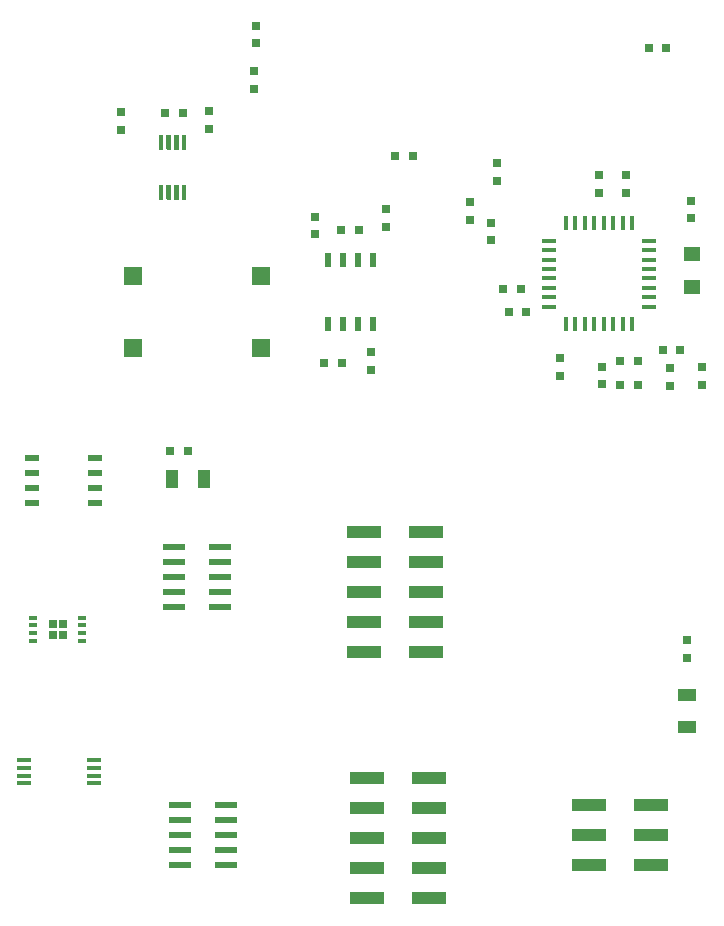
<source format=gtp>
G04 #@! TF.GenerationSoftware,KiCad,Pcbnew,5.1.5-52549c5~86~ubuntu18.04.1*
G04 #@! TF.CreationDate,2020-12-07T22:39:35-08:00*
G04 #@! TF.ProjectId,multiple_PCBs,6d756c74-6970-46c6-955f-504342732e6b,rev?*
G04 #@! TF.SameCoordinates,Original*
G04 #@! TF.FileFunction,Paste,Top*
G04 #@! TF.FilePolarity,Positive*
%FSLAX46Y46*%
G04 Gerber Fmt 4.6, Leading zero omitted, Abs format (unit mm)*
G04 Created by KiCad (PCBNEW 5.1.5-52549c5~86~ubuntu18.04.1) date 2020-12-07 22:39:35*
%MOMM*%
%LPD*%
G04 APERTURE LIST*
%ADD10R,1.240000X0.480000*%
%ADD11R,1.160000X0.360000*%
%ADD12R,0.660000X0.760000*%
%ADD13R,0.712000X0.336000*%
%ADD14R,1.920000X0.608000*%
%ADD15R,2.848000X1.016000*%
%ADD16R,1.000000X1.600000*%
%ADD17R,1.600000X1.000000*%
%ADD18R,0.719328X0.800608*%
%ADD19R,0.800608X0.719328*%
%ADD20C,0.050000*%
%ADD21R,0.800000X0.720000*%
%ADD22R,0.720000X0.800000*%
%ADD23R,0.480000X1.240000*%
%ADD24R,1.440688X1.278128*%
%ADD25R,1.599184X1.599184*%
%ADD26R,0.440000X1.280000*%
%ADD27R,1.280000X0.440000*%
%ADD28R,0.640000X0.800000*%
G04 APERTURE END LIST*
D10*
X141700000Y-97895000D03*
X141700000Y-99165000D03*
X141700000Y-100435000D03*
X141700000Y-101705000D03*
X147100000Y-101705000D03*
X147100000Y-100435000D03*
X147100000Y-99165000D03*
X147100000Y-97895000D03*
D11*
X146968000Y-123485000D03*
X146968000Y-124135000D03*
X146968000Y-124785000D03*
X146968000Y-125435000D03*
X141068000Y-125435000D03*
X141068000Y-124785000D03*
X141068000Y-124135000D03*
X141068000Y-123485000D03*
D12*
X144320000Y-111930000D03*
X143480000Y-111930000D03*
X143480000Y-112870000D03*
X144320000Y-112870000D03*
D13*
X146005000Y-111425000D03*
X146005000Y-112075000D03*
X146005000Y-112725000D03*
X146005000Y-113375000D03*
X141795000Y-113375000D03*
X141795000Y-112725000D03*
X141795000Y-112075000D03*
X141795000Y-111425000D03*
D14*
X157652000Y-109220000D03*
X157652000Y-110490000D03*
X153752000Y-110490000D03*
X153752000Y-109220000D03*
X153752000Y-105410000D03*
X153752000Y-106680000D03*
X153752000Y-107950000D03*
X157652000Y-107950000D03*
X157652000Y-106680000D03*
X157652000Y-105410000D03*
X158160000Y-127254000D03*
X158160000Y-128524000D03*
X158160000Y-129794000D03*
X154260000Y-129794000D03*
X154260000Y-128524000D03*
X154260000Y-127254000D03*
X154260000Y-131064000D03*
X154260000Y-132334000D03*
X158160000Y-132334000D03*
X158160000Y-131064000D03*
D15*
X175325000Y-124968000D03*
X175325000Y-127508000D03*
X175325000Y-130048000D03*
X170115000Y-130048000D03*
X170115000Y-127508000D03*
X170115000Y-124968000D03*
X170115000Y-132608000D03*
X170115000Y-135148000D03*
X175325000Y-135148000D03*
X175325000Y-132608000D03*
X175071000Y-111780000D03*
X175071000Y-114320000D03*
X169861000Y-114320000D03*
X169861000Y-111780000D03*
X169861000Y-104140000D03*
X169861000Y-106680000D03*
X169861000Y-109220000D03*
X175071000Y-109220000D03*
X175071000Y-106680000D03*
X175071000Y-104140000D03*
X194121000Y-132354000D03*
X188911000Y-132354000D03*
X188911000Y-127254000D03*
X188911000Y-129794000D03*
X194121000Y-129794000D03*
X194121000Y-127254000D03*
D16*
X153581000Y-99648000D03*
X156331000Y-99648000D03*
D17*
X197196000Y-117963000D03*
X197196000Y-120713000D03*
D18*
X153444160Y-97338000D03*
X154947840Y-97338000D03*
D19*
X197196000Y-114841680D03*
X197196000Y-113338000D03*
D20*
G36*
X152774802Y-74758982D02*
G01*
X152784509Y-74760421D01*
X152794028Y-74762806D01*
X152803268Y-74766112D01*
X152812140Y-74770308D01*
X152820557Y-74775353D01*
X152828439Y-74781199D01*
X152835711Y-74787789D01*
X152842301Y-74795061D01*
X152848147Y-74802943D01*
X152853192Y-74811360D01*
X152857388Y-74820232D01*
X152860694Y-74829472D01*
X152863079Y-74838991D01*
X152864518Y-74848698D01*
X152865000Y-74858500D01*
X152865000Y-75958500D01*
X152864518Y-75968302D01*
X152863079Y-75978009D01*
X152860694Y-75987528D01*
X152857388Y-75996768D01*
X152853192Y-76005640D01*
X152848147Y-76014057D01*
X152842301Y-76021939D01*
X152835711Y-76029211D01*
X152828439Y-76035801D01*
X152820557Y-76041647D01*
X152812140Y-76046692D01*
X152803268Y-76050888D01*
X152794028Y-76054194D01*
X152784509Y-76056579D01*
X152774802Y-76058018D01*
X152765000Y-76058500D01*
X152565000Y-76058500D01*
X152555198Y-76058018D01*
X152545491Y-76056579D01*
X152535972Y-76054194D01*
X152526732Y-76050888D01*
X152517860Y-76046692D01*
X152509443Y-76041647D01*
X152501561Y-76035801D01*
X152494289Y-76029211D01*
X152487699Y-76021939D01*
X152481853Y-76014057D01*
X152476808Y-76005640D01*
X152472612Y-75996768D01*
X152469306Y-75987528D01*
X152466921Y-75978009D01*
X152465482Y-75968302D01*
X152465000Y-75958500D01*
X152465000Y-74858500D01*
X152465482Y-74848698D01*
X152466921Y-74838991D01*
X152469306Y-74829472D01*
X152472612Y-74820232D01*
X152476808Y-74811360D01*
X152481853Y-74802943D01*
X152487699Y-74795061D01*
X152494289Y-74787789D01*
X152501561Y-74781199D01*
X152509443Y-74775353D01*
X152517860Y-74770308D01*
X152526732Y-74766112D01*
X152535972Y-74762806D01*
X152545491Y-74760421D01*
X152555198Y-74758982D01*
X152565000Y-74758500D01*
X152765000Y-74758500D01*
X152774802Y-74758982D01*
G37*
G36*
X153424802Y-74758982D02*
G01*
X153434509Y-74760421D01*
X153444028Y-74762806D01*
X153453268Y-74766112D01*
X153462140Y-74770308D01*
X153470557Y-74775353D01*
X153478439Y-74781199D01*
X153485711Y-74787789D01*
X153492301Y-74795061D01*
X153498147Y-74802943D01*
X153503192Y-74811360D01*
X153507388Y-74820232D01*
X153510694Y-74829472D01*
X153513079Y-74838991D01*
X153514518Y-74848698D01*
X153515000Y-74858500D01*
X153515000Y-75958500D01*
X153514518Y-75968302D01*
X153513079Y-75978009D01*
X153510694Y-75987528D01*
X153507388Y-75996768D01*
X153503192Y-76005640D01*
X153498147Y-76014057D01*
X153492301Y-76021939D01*
X153485711Y-76029211D01*
X153478439Y-76035801D01*
X153470557Y-76041647D01*
X153462140Y-76046692D01*
X153453268Y-76050888D01*
X153444028Y-76054194D01*
X153434509Y-76056579D01*
X153424802Y-76058018D01*
X153415000Y-76058500D01*
X153215000Y-76058500D01*
X153205198Y-76058018D01*
X153195491Y-76056579D01*
X153185972Y-76054194D01*
X153176732Y-76050888D01*
X153167860Y-76046692D01*
X153159443Y-76041647D01*
X153151561Y-76035801D01*
X153144289Y-76029211D01*
X153137699Y-76021939D01*
X153131853Y-76014057D01*
X153126808Y-76005640D01*
X153122612Y-75996768D01*
X153119306Y-75987528D01*
X153116921Y-75978009D01*
X153115482Y-75968302D01*
X153115000Y-75958500D01*
X153115000Y-74858500D01*
X153115482Y-74848698D01*
X153116921Y-74838991D01*
X153119306Y-74829472D01*
X153122612Y-74820232D01*
X153126808Y-74811360D01*
X153131853Y-74802943D01*
X153137699Y-74795061D01*
X153144289Y-74787789D01*
X153151561Y-74781199D01*
X153159443Y-74775353D01*
X153167860Y-74770308D01*
X153176732Y-74766112D01*
X153185972Y-74762806D01*
X153195491Y-74760421D01*
X153205198Y-74758982D01*
X153215000Y-74758500D01*
X153415000Y-74758500D01*
X153424802Y-74758982D01*
G37*
G36*
X154074802Y-74758982D02*
G01*
X154084509Y-74760421D01*
X154094028Y-74762806D01*
X154103268Y-74766112D01*
X154112140Y-74770308D01*
X154120557Y-74775353D01*
X154128439Y-74781199D01*
X154135711Y-74787789D01*
X154142301Y-74795061D01*
X154148147Y-74802943D01*
X154153192Y-74811360D01*
X154157388Y-74820232D01*
X154160694Y-74829472D01*
X154163079Y-74838991D01*
X154164518Y-74848698D01*
X154165000Y-74858500D01*
X154165000Y-75958500D01*
X154164518Y-75968302D01*
X154163079Y-75978009D01*
X154160694Y-75987528D01*
X154157388Y-75996768D01*
X154153192Y-76005640D01*
X154148147Y-76014057D01*
X154142301Y-76021939D01*
X154135711Y-76029211D01*
X154128439Y-76035801D01*
X154120557Y-76041647D01*
X154112140Y-76046692D01*
X154103268Y-76050888D01*
X154094028Y-76054194D01*
X154084509Y-76056579D01*
X154074802Y-76058018D01*
X154065000Y-76058500D01*
X153865000Y-76058500D01*
X153855198Y-76058018D01*
X153845491Y-76056579D01*
X153835972Y-76054194D01*
X153826732Y-76050888D01*
X153817860Y-76046692D01*
X153809443Y-76041647D01*
X153801561Y-76035801D01*
X153794289Y-76029211D01*
X153787699Y-76021939D01*
X153781853Y-76014057D01*
X153776808Y-76005640D01*
X153772612Y-75996768D01*
X153769306Y-75987528D01*
X153766921Y-75978009D01*
X153765482Y-75968302D01*
X153765000Y-75958500D01*
X153765000Y-74858500D01*
X153765482Y-74848698D01*
X153766921Y-74838991D01*
X153769306Y-74829472D01*
X153772612Y-74820232D01*
X153776808Y-74811360D01*
X153781853Y-74802943D01*
X153787699Y-74795061D01*
X153794289Y-74787789D01*
X153801561Y-74781199D01*
X153809443Y-74775353D01*
X153817860Y-74770308D01*
X153826732Y-74766112D01*
X153835972Y-74762806D01*
X153845491Y-74760421D01*
X153855198Y-74758982D01*
X153865000Y-74758500D01*
X154065000Y-74758500D01*
X154074802Y-74758982D01*
G37*
G36*
X154724802Y-74758982D02*
G01*
X154734509Y-74760421D01*
X154744028Y-74762806D01*
X154753268Y-74766112D01*
X154762140Y-74770308D01*
X154770557Y-74775353D01*
X154778439Y-74781199D01*
X154785711Y-74787789D01*
X154792301Y-74795061D01*
X154798147Y-74802943D01*
X154803192Y-74811360D01*
X154807388Y-74820232D01*
X154810694Y-74829472D01*
X154813079Y-74838991D01*
X154814518Y-74848698D01*
X154815000Y-74858500D01*
X154815000Y-75958500D01*
X154814518Y-75968302D01*
X154813079Y-75978009D01*
X154810694Y-75987528D01*
X154807388Y-75996768D01*
X154803192Y-76005640D01*
X154798147Y-76014057D01*
X154792301Y-76021939D01*
X154785711Y-76029211D01*
X154778439Y-76035801D01*
X154770557Y-76041647D01*
X154762140Y-76046692D01*
X154753268Y-76050888D01*
X154744028Y-76054194D01*
X154734509Y-76056579D01*
X154724802Y-76058018D01*
X154715000Y-76058500D01*
X154515000Y-76058500D01*
X154505198Y-76058018D01*
X154495491Y-76056579D01*
X154485972Y-76054194D01*
X154476732Y-76050888D01*
X154467860Y-76046692D01*
X154459443Y-76041647D01*
X154451561Y-76035801D01*
X154444289Y-76029211D01*
X154437699Y-76021939D01*
X154431853Y-76014057D01*
X154426808Y-76005640D01*
X154422612Y-75996768D01*
X154419306Y-75987528D01*
X154416921Y-75978009D01*
X154415482Y-75968302D01*
X154415000Y-75958500D01*
X154415000Y-74858500D01*
X154415482Y-74848698D01*
X154416921Y-74838991D01*
X154419306Y-74829472D01*
X154422612Y-74820232D01*
X154426808Y-74811360D01*
X154431853Y-74802943D01*
X154437699Y-74795061D01*
X154444289Y-74787789D01*
X154451561Y-74781199D01*
X154459443Y-74775353D01*
X154467860Y-74770308D01*
X154476732Y-74766112D01*
X154485972Y-74762806D01*
X154495491Y-74760421D01*
X154505198Y-74758982D01*
X154515000Y-74758500D01*
X154715000Y-74758500D01*
X154724802Y-74758982D01*
G37*
G36*
X154724802Y-70533982D02*
G01*
X154734509Y-70535421D01*
X154744028Y-70537806D01*
X154753268Y-70541112D01*
X154762140Y-70545308D01*
X154770557Y-70550353D01*
X154778439Y-70556199D01*
X154785711Y-70562789D01*
X154792301Y-70570061D01*
X154798147Y-70577943D01*
X154803192Y-70586360D01*
X154807388Y-70595232D01*
X154810694Y-70604472D01*
X154813079Y-70613991D01*
X154814518Y-70623698D01*
X154815000Y-70633500D01*
X154815000Y-71733500D01*
X154814518Y-71743302D01*
X154813079Y-71753009D01*
X154810694Y-71762528D01*
X154807388Y-71771768D01*
X154803192Y-71780640D01*
X154798147Y-71789057D01*
X154792301Y-71796939D01*
X154785711Y-71804211D01*
X154778439Y-71810801D01*
X154770557Y-71816647D01*
X154762140Y-71821692D01*
X154753268Y-71825888D01*
X154744028Y-71829194D01*
X154734509Y-71831579D01*
X154724802Y-71833018D01*
X154715000Y-71833500D01*
X154515000Y-71833500D01*
X154505198Y-71833018D01*
X154495491Y-71831579D01*
X154485972Y-71829194D01*
X154476732Y-71825888D01*
X154467860Y-71821692D01*
X154459443Y-71816647D01*
X154451561Y-71810801D01*
X154444289Y-71804211D01*
X154437699Y-71796939D01*
X154431853Y-71789057D01*
X154426808Y-71780640D01*
X154422612Y-71771768D01*
X154419306Y-71762528D01*
X154416921Y-71753009D01*
X154415482Y-71743302D01*
X154415000Y-71733500D01*
X154415000Y-70633500D01*
X154415482Y-70623698D01*
X154416921Y-70613991D01*
X154419306Y-70604472D01*
X154422612Y-70595232D01*
X154426808Y-70586360D01*
X154431853Y-70577943D01*
X154437699Y-70570061D01*
X154444289Y-70562789D01*
X154451561Y-70556199D01*
X154459443Y-70550353D01*
X154467860Y-70545308D01*
X154476732Y-70541112D01*
X154485972Y-70537806D01*
X154495491Y-70535421D01*
X154505198Y-70533982D01*
X154515000Y-70533500D01*
X154715000Y-70533500D01*
X154724802Y-70533982D01*
G37*
G36*
X154074802Y-70533982D02*
G01*
X154084509Y-70535421D01*
X154094028Y-70537806D01*
X154103268Y-70541112D01*
X154112140Y-70545308D01*
X154120557Y-70550353D01*
X154128439Y-70556199D01*
X154135711Y-70562789D01*
X154142301Y-70570061D01*
X154148147Y-70577943D01*
X154153192Y-70586360D01*
X154157388Y-70595232D01*
X154160694Y-70604472D01*
X154163079Y-70613991D01*
X154164518Y-70623698D01*
X154165000Y-70633500D01*
X154165000Y-71733500D01*
X154164518Y-71743302D01*
X154163079Y-71753009D01*
X154160694Y-71762528D01*
X154157388Y-71771768D01*
X154153192Y-71780640D01*
X154148147Y-71789057D01*
X154142301Y-71796939D01*
X154135711Y-71804211D01*
X154128439Y-71810801D01*
X154120557Y-71816647D01*
X154112140Y-71821692D01*
X154103268Y-71825888D01*
X154094028Y-71829194D01*
X154084509Y-71831579D01*
X154074802Y-71833018D01*
X154065000Y-71833500D01*
X153865000Y-71833500D01*
X153855198Y-71833018D01*
X153845491Y-71831579D01*
X153835972Y-71829194D01*
X153826732Y-71825888D01*
X153817860Y-71821692D01*
X153809443Y-71816647D01*
X153801561Y-71810801D01*
X153794289Y-71804211D01*
X153787699Y-71796939D01*
X153781853Y-71789057D01*
X153776808Y-71780640D01*
X153772612Y-71771768D01*
X153769306Y-71762528D01*
X153766921Y-71753009D01*
X153765482Y-71743302D01*
X153765000Y-71733500D01*
X153765000Y-70633500D01*
X153765482Y-70623698D01*
X153766921Y-70613991D01*
X153769306Y-70604472D01*
X153772612Y-70595232D01*
X153776808Y-70586360D01*
X153781853Y-70577943D01*
X153787699Y-70570061D01*
X153794289Y-70562789D01*
X153801561Y-70556199D01*
X153809443Y-70550353D01*
X153817860Y-70545308D01*
X153826732Y-70541112D01*
X153835972Y-70537806D01*
X153845491Y-70535421D01*
X153855198Y-70533982D01*
X153865000Y-70533500D01*
X154065000Y-70533500D01*
X154074802Y-70533982D01*
G37*
G36*
X153424802Y-70533982D02*
G01*
X153434509Y-70535421D01*
X153444028Y-70537806D01*
X153453268Y-70541112D01*
X153462140Y-70545308D01*
X153470557Y-70550353D01*
X153478439Y-70556199D01*
X153485711Y-70562789D01*
X153492301Y-70570061D01*
X153498147Y-70577943D01*
X153503192Y-70586360D01*
X153507388Y-70595232D01*
X153510694Y-70604472D01*
X153513079Y-70613991D01*
X153514518Y-70623698D01*
X153515000Y-70633500D01*
X153515000Y-71733500D01*
X153514518Y-71743302D01*
X153513079Y-71753009D01*
X153510694Y-71762528D01*
X153507388Y-71771768D01*
X153503192Y-71780640D01*
X153498147Y-71789057D01*
X153492301Y-71796939D01*
X153485711Y-71804211D01*
X153478439Y-71810801D01*
X153470557Y-71816647D01*
X153462140Y-71821692D01*
X153453268Y-71825888D01*
X153444028Y-71829194D01*
X153434509Y-71831579D01*
X153424802Y-71833018D01*
X153415000Y-71833500D01*
X153215000Y-71833500D01*
X153205198Y-71833018D01*
X153195491Y-71831579D01*
X153185972Y-71829194D01*
X153176732Y-71825888D01*
X153167860Y-71821692D01*
X153159443Y-71816647D01*
X153151561Y-71810801D01*
X153144289Y-71804211D01*
X153137699Y-71796939D01*
X153131853Y-71789057D01*
X153126808Y-71780640D01*
X153122612Y-71771768D01*
X153119306Y-71762528D01*
X153116921Y-71753009D01*
X153115482Y-71743302D01*
X153115000Y-71733500D01*
X153115000Y-70633500D01*
X153115482Y-70623698D01*
X153116921Y-70613991D01*
X153119306Y-70604472D01*
X153122612Y-70595232D01*
X153126808Y-70586360D01*
X153131853Y-70577943D01*
X153137699Y-70570061D01*
X153144289Y-70562789D01*
X153151561Y-70556199D01*
X153159443Y-70550353D01*
X153167860Y-70545308D01*
X153176732Y-70541112D01*
X153185972Y-70537806D01*
X153195491Y-70535421D01*
X153205198Y-70533982D01*
X153215000Y-70533500D01*
X153415000Y-70533500D01*
X153424802Y-70533982D01*
G37*
G36*
X152774802Y-70533982D02*
G01*
X152784509Y-70535421D01*
X152794028Y-70537806D01*
X152803268Y-70541112D01*
X152812140Y-70545308D01*
X152820557Y-70550353D01*
X152828439Y-70556199D01*
X152835711Y-70562789D01*
X152842301Y-70570061D01*
X152848147Y-70577943D01*
X152853192Y-70586360D01*
X152857388Y-70595232D01*
X152860694Y-70604472D01*
X152863079Y-70613991D01*
X152864518Y-70623698D01*
X152865000Y-70633500D01*
X152865000Y-71733500D01*
X152864518Y-71743302D01*
X152863079Y-71753009D01*
X152860694Y-71762528D01*
X152857388Y-71771768D01*
X152853192Y-71780640D01*
X152848147Y-71789057D01*
X152842301Y-71796939D01*
X152835711Y-71804211D01*
X152828439Y-71810801D01*
X152820557Y-71816647D01*
X152812140Y-71821692D01*
X152803268Y-71825888D01*
X152794028Y-71829194D01*
X152784509Y-71831579D01*
X152774802Y-71833018D01*
X152765000Y-71833500D01*
X152565000Y-71833500D01*
X152555198Y-71833018D01*
X152545491Y-71831579D01*
X152535972Y-71829194D01*
X152526732Y-71825888D01*
X152517860Y-71821692D01*
X152509443Y-71816647D01*
X152501561Y-71810801D01*
X152494289Y-71804211D01*
X152487699Y-71796939D01*
X152481853Y-71789057D01*
X152476808Y-71780640D01*
X152472612Y-71771768D01*
X152469306Y-71762528D01*
X152466921Y-71753009D01*
X152465482Y-71743302D01*
X152465000Y-71733500D01*
X152465000Y-70633500D01*
X152465482Y-70623698D01*
X152466921Y-70613991D01*
X152469306Y-70604472D01*
X152472612Y-70595232D01*
X152476808Y-70586360D01*
X152481853Y-70577943D01*
X152487699Y-70570061D01*
X152494289Y-70562789D01*
X152501561Y-70556199D01*
X152509443Y-70550353D01*
X152517860Y-70545308D01*
X152526732Y-70541112D01*
X152535972Y-70537806D01*
X152545491Y-70535421D01*
X152555198Y-70533982D01*
X152565000Y-70533500D01*
X152765000Y-70533500D01*
X152774802Y-70533982D01*
G37*
D21*
X165690000Y-78957840D03*
D19*
X165690000Y-77454160D03*
X180594000Y-77978000D03*
D21*
X180594000Y-79481680D03*
D22*
X154531840Y-68686000D03*
D18*
X153028160Y-68686000D03*
D19*
X160680000Y-62806000D03*
D21*
X160680000Y-61302320D03*
X160550000Y-66637840D03*
D19*
X160550000Y-65134160D03*
X156690000Y-68542320D03*
X156690000Y-70046000D03*
X149240000Y-70106000D03*
X149240000Y-68602320D03*
X170420000Y-88934160D03*
X170420000Y-90437840D03*
D18*
X167991840Y-89856000D03*
X166488160Y-89856000D03*
D19*
X171740000Y-76854160D03*
X171740000Y-78357840D03*
D18*
X167913160Y-78581000D03*
X169416840Y-78581000D03*
X173990000Y-72356000D03*
X172486320Y-72356000D03*
D19*
X178816000Y-76210160D03*
X178816000Y-77713840D03*
D23*
X166835000Y-86556000D03*
X168105000Y-86556000D03*
X169375000Y-86556000D03*
X170645000Y-86556000D03*
X170645000Y-81156000D03*
X169375000Y-81156000D03*
X168105000Y-81156000D03*
X166835000Y-81156000D03*
D19*
X186436000Y-89418160D03*
D21*
X186436000Y-90921840D03*
X189992000Y-90170000D03*
D19*
X189992000Y-91673680D03*
X192024000Y-73924160D03*
D21*
X192024000Y-75427840D03*
X189738000Y-75427840D03*
D19*
X189738000Y-73924160D03*
D21*
X198490000Y-91707840D03*
D19*
X198490000Y-90204160D03*
D18*
X195138160Y-88756000D03*
D22*
X196641840Y-88756000D03*
D24*
X197612000Y-83461860D03*
X197612000Y-80622140D03*
D25*
X150291800Y-88590120D03*
X150291800Y-82489040D03*
X161117280Y-88590120D03*
X161117280Y-82489040D03*
D18*
X193938160Y-63156000D03*
X195441840Y-63156000D03*
D19*
X195790000Y-91807840D03*
X195790000Y-90304160D03*
D18*
X183143680Y-83631000D03*
X181640000Y-83631000D03*
X182088160Y-85581000D03*
X183591840Y-85581000D03*
D19*
X197490000Y-77607840D03*
X197490000Y-76104160D03*
D26*
X186938000Y-86546000D03*
X187738000Y-86546000D03*
X188538000Y-86546000D03*
X189338000Y-86546000D03*
X190138000Y-86546000D03*
X190938000Y-86546000D03*
X191738000Y-86546000D03*
X192538000Y-86546000D03*
D27*
X193988000Y-85096000D03*
X193988000Y-84296000D03*
X193988000Y-83496000D03*
X193988000Y-82696000D03*
X193988000Y-81896000D03*
X193988000Y-81096000D03*
X193988000Y-80296000D03*
X193988000Y-79496000D03*
D26*
X192538000Y-78046000D03*
X191738000Y-78046000D03*
X190938000Y-78046000D03*
X190138000Y-78046000D03*
X189338000Y-78046000D03*
X188538000Y-78046000D03*
X187738000Y-78046000D03*
X186938000Y-78046000D03*
D27*
X185488000Y-79496000D03*
X185488000Y-80296000D03*
X185488000Y-81096000D03*
X185488000Y-81896000D03*
X185488000Y-82696000D03*
X185488000Y-83496000D03*
X185488000Y-84296000D03*
X185488000Y-85096000D03*
D28*
X191528000Y-89678000D03*
X191528000Y-91678000D03*
X193028000Y-89678000D03*
X193028000Y-91678000D03*
D19*
X181102000Y-74411840D03*
D21*
X181102000Y-72908160D03*
M02*

</source>
